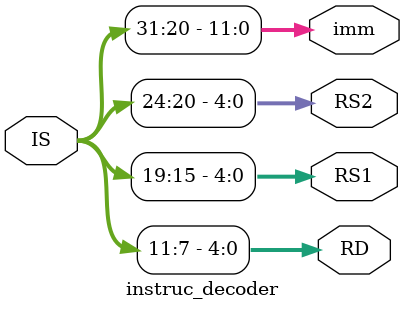
<source format=v>
module TOP(clk,reset,RD,RS1,RS2,imm);
input clk;
input reset;
output [4:0] RD;
output [4:0] RS1;
output [4:0] RS2;
output [11:0] imm;
wire [7:0] PCi, PCo;
wire [31:0] IS;

	PC PCf (clk, reset, PCi, PCo);
	adder adderf (clk, reset, PCi, PCo);
	ROM ROMf (IS, clk, PCo);
	instruc_decoder decoderf (IS, RD, RS1, RS2,imm);

endmodule





module PC(clk,reset,PCi,PCo);
input clk;
input reset;
input [7:0] PCi;
output reg [7:0] PCo;

always @(posedge clk) begin
	if (reset)
		PCo = 8'd0;
		
	else 
		PCo = PCi;
	end
endmodule




module adder(clk,reset,PCi,PCo);
input clk;
input reset;
output reg [7:0] PCi;
input [7:0] PCo;

always @(posedge clk) begin
	if (reset)
		PCi = 8'd0;
		
	else
		PCi = PCo +8'd4;
	end
endmodule




module ROM (IS, clk, PCo);
output reg [31:0] IS;
input [7:0] PCo;
input clk;

always @(posedge clk) begin

	case (PCo)
	
		8'd00: IS = 32'h00450693;
		8'd04: IS = 32'h00100713;
		8'd08: IS = 32'h00b76463;
		8'd12: IS = 32'h00008067;
		8'd16: IS = 32'h0006a803;
		8'd20: IS = 32'h00068613;
		8'd24: IS = 32'h00070793;
		8'd28: IS = 32'hffc62883;
		8'd32: IS = 32'h01185a63;
		8'd36: IS = 32'h01162023;
		8'd40: IS = 32'hfff78793;
		8'd44: IS = 32'hffc60613;
		8'd48: IS = 32'hfe0796e3;
		8'd52: IS = 32'h00279793;
		8'd56: IS = 32'h00f507b3;
		8'd60: IS = 32'h0107a023;
		8'd64: IS = 32'h00170713;
		8'd68: IS = 32'h00468693;
		8'd72: IS = 32'hfc1ff06f;
		
	endcase
end
endmodule




module instruc_decoder(IS,RD,RS1,RS2,imm);
input [31:0] IS;
output reg [4:0] RD;
output reg [4:0] RS1;
output reg [4:0] RS2;
output reg [11:0] imm;

always @(IS) begin

	RD = IS [11:7];
	RS1 = IS [19:15];
	RS2 = IS [24:20];
	imm = IS [31:20];
	
	end
endmodule





</source>
